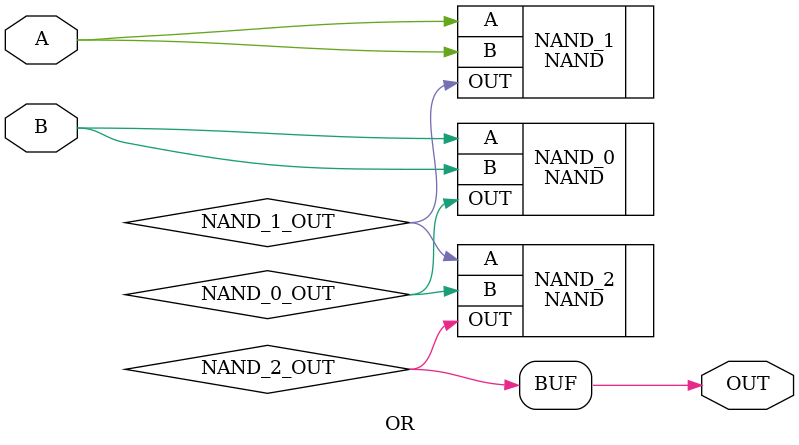
<source format=v>
module OR(
	output OUT,
	input A,
	input B
);

wire NAND_0_OUT;
wire NAND_1_OUT;
wire NAND_2_OUT;

NAND NAND_0(
	.OUT (NAND_0_OUT),
	.A (B),
	.B (B)
);
	
NAND NAND_1(
	.OUT (NAND_1_OUT),
	.A (A),
	.B (A)
);
	
NAND NAND_2(
	.OUT (NAND_2_OUT),
	.A (NAND_1_OUT),
	.B (NAND_0_OUT)
);
	
assign OUT = NAND_2_OUT;

endmodule

</source>
